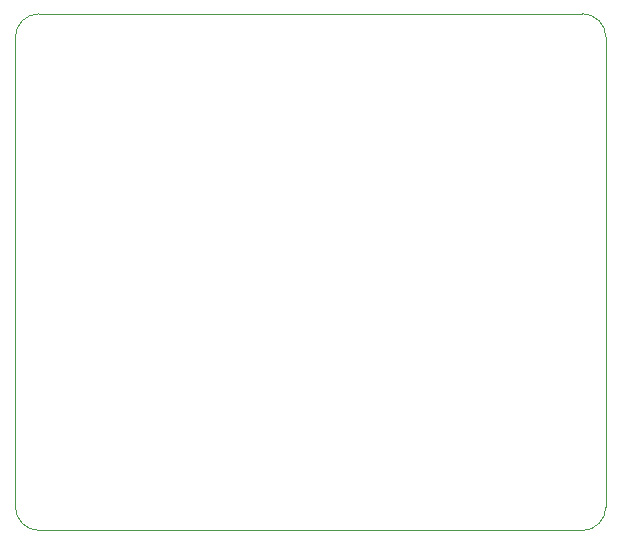
<source format=gbr>
%TF.GenerationSoftware,KiCad,Pcbnew,7.0.5*%
%TF.CreationDate,2023-06-22T18:40:55-05:00*%
%TF.ProjectId,Single.Channel.Amp,53696e67-6c65-42e4-9368-616e6e656c2e,rev?*%
%TF.SameCoordinates,Original*%
%TF.FileFunction,Profile,NP*%
%FSLAX46Y46*%
G04 Gerber Fmt 4.6, Leading zero omitted, Abs format (unit mm)*
G04 Created by KiCad (PCBNEW 7.0.5) date 2023-06-22 18:40:55*
%MOMM*%
%LPD*%
G01*
G04 APERTURE LIST*
%TA.AperFunction,Profile*%
%ADD10C,0.100000*%
%TD*%
G04 APERTURE END LIST*
D10*
X26685000Y-20545000D02*
X72685000Y-20545000D01*
X74685000Y-22545000D02*
G75*
G03*
X72685000Y-20545000I-2000000J0D01*
G01*
X24685000Y-62295000D02*
G75*
G03*
X26685000Y-64295000I2000000J0D01*
G01*
X26685000Y-20545000D02*
G75*
G03*
X24685000Y-22545000I0J-2000000D01*
G01*
X72685000Y-64295000D02*
G75*
G03*
X74685000Y-62295000I0J2000000D01*
G01*
X74685000Y-62295000D02*
X74685000Y-22545000D01*
X26685000Y-64295000D02*
X72685000Y-64295000D01*
X24685000Y-22545000D02*
X24685000Y-62295000D01*
M02*

</source>
